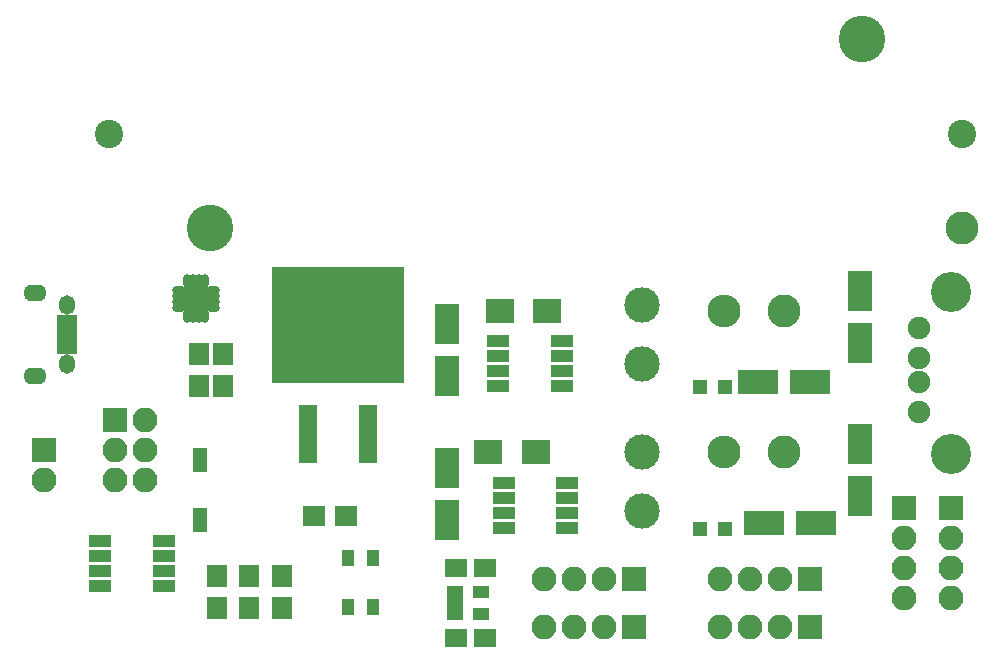
<source format=gts>
G04 #@! TF.FileFunction,Soldermask,Top*
%FSLAX46Y46*%
G04 Gerber Fmt 4.6, Leading zero omitted, Abs format (unit mm)*
G04 Created by KiCad (PCBNEW 4.0.7) date 11/28/17 13:54:14*
%MOMM*%
%LPD*%
G01*
G04 APERTURE LIST*
%ADD10C,0.100000*%
%ADD11R,1.950000X1.000000*%
%ADD12R,2.000000X3.400000*%
%ADD13R,3.400000X2.000000*%
%ADD14R,1.900000X1.650000*%
%ADD15R,1.200000X1.300000*%
%ADD16R,1.700000X1.900000*%
%ADD17R,2.100000X2.100000*%
%ADD18O,2.100000X2.100000*%
%ADD19R,1.750000X0.800000*%
%ADD20O,1.350000X1.650000*%
%ADD21O,1.950000X1.400000*%
%ADD22C,1.900000*%
%ADD23C,3.400000*%
%ADD24C,3.000000*%
%ADD25C,2.800000*%
%ADD26O,2.800000X2.800000*%
%ADD27R,1.500000X5.000000*%
%ADD28R,11.200000X9.800000*%
%ADD29R,2.400000X2.100000*%
%ADD30C,2.400000*%
%ADD31C,3.950000*%
%ADD32C,2.790000*%
%ADD33O,0.700000X1.150000*%
%ADD34O,1.150000X0.700000*%
%ADD35R,1.300000X1.300000*%
%ADD36R,1.460000X1.050000*%
%ADD37R,1.900000X1.700000*%
%ADD38R,1.050000X1.450000*%
%ADD39R,1.160000X2.000000*%
G04 APERTURE END LIST*
D10*
D11*
X128300000Y-83595000D03*
X128300000Y-84865000D03*
X128300000Y-86135000D03*
X128300000Y-87405000D03*
X133700000Y-87405000D03*
X133700000Y-86135000D03*
X133700000Y-84865000D03*
X133700000Y-83595000D03*
D12*
X123500000Y-70100000D03*
X123500000Y-74500000D03*
D13*
X149800000Y-75000000D03*
X154200000Y-75000000D03*
D12*
X123500000Y-82300000D03*
X123500000Y-86700000D03*
D13*
X150300000Y-87000000D03*
X154700000Y-87000000D03*
D14*
X124250000Y-96750000D03*
X126750000Y-96750000D03*
X124250000Y-90750000D03*
X126750000Y-90750000D03*
D12*
X158500000Y-67300000D03*
X158500000Y-71700000D03*
X158500000Y-80300000D03*
X158500000Y-84700000D03*
D15*
X147000000Y-75500000D03*
X144900000Y-75500000D03*
X147000000Y-87500000D03*
X144900000Y-87500000D03*
D16*
X104000000Y-94200000D03*
X104000000Y-91500000D03*
X109500000Y-94200000D03*
X109500000Y-91500000D03*
X106750000Y-94200000D03*
X106750000Y-91500000D03*
D17*
X154250000Y-95750000D03*
D18*
X151710000Y-95750000D03*
X149170000Y-95750000D03*
X146630000Y-95750000D03*
D17*
X89400000Y-80800000D03*
D18*
X89400000Y-83340000D03*
D19*
X91350000Y-69700000D03*
X91350000Y-70350000D03*
X91350000Y-71000000D03*
X91350000Y-71650000D03*
X91350000Y-72300000D03*
D20*
X91350000Y-68500000D03*
X91350000Y-73500000D03*
D21*
X88650000Y-67500000D03*
X88650000Y-74500000D03*
D22*
X163500000Y-70430000D03*
X163500000Y-72970000D03*
X163500000Y-75000000D03*
X163500000Y-77540000D03*
D23*
X166170000Y-67380000D03*
X166170000Y-81100000D03*
D24*
X140000000Y-73500000D03*
X140000000Y-68500000D03*
X140000000Y-81000000D03*
X140000000Y-86000000D03*
D25*
X152000000Y-69000000D03*
D26*
X146920000Y-69000000D03*
D25*
X152000000Y-81000000D03*
D26*
X146920000Y-81000000D03*
D27*
X111710000Y-79400000D03*
X116790000Y-79400000D03*
D28*
X114250000Y-70250000D03*
D29*
X132000000Y-69000000D03*
X128000000Y-69000000D03*
X131000000Y-81000000D03*
X127000000Y-81000000D03*
D16*
X104500000Y-72650000D03*
X104500000Y-75350000D03*
X102500000Y-72650000D03*
X102500000Y-75350000D03*
D11*
X127800000Y-71595000D03*
X127800000Y-72865000D03*
X127800000Y-74135000D03*
X127800000Y-75405000D03*
X133200000Y-75405000D03*
X133200000Y-74135000D03*
X133200000Y-72865000D03*
X133200000Y-71595000D03*
D30*
X167110000Y-54000000D03*
X94890000Y-54000000D03*
D31*
X158600000Y-46000000D03*
X103400000Y-62000000D03*
D32*
X167110000Y-62000000D03*
D33*
X103000000Y-66525000D03*
X102500000Y-66525000D03*
X102000000Y-66525000D03*
X101500000Y-66525000D03*
D34*
X100775000Y-67250000D03*
X100775000Y-67750000D03*
X100775000Y-68250000D03*
X100775000Y-68750000D03*
D33*
X101500000Y-69475000D03*
X102000000Y-69475000D03*
X102500000Y-69475000D03*
X103000000Y-69475000D03*
D34*
X103725000Y-68750000D03*
X103725000Y-68250000D03*
X103725000Y-67750000D03*
X103725000Y-67250000D03*
D35*
X101800000Y-68450000D03*
X102700000Y-68450000D03*
X101800000Y-67550000D03*
X102700000Y-67550000D03*
D36*
X124150000Y-92800000D03*
X124150000Y-93750000D03*
X124150000Y-94700000D03*
X126350000Y-94700000D03*
X126350000Y-92800000D03*
D11*
X94100000Y-88495000D03*
X94100000Y-89765000D03*
X94100000Y-91035000D03*
X94100000Y-92305000D03*
X99500000Y-92305000D03*
X99500000Y-91035000D03*
X99500000Y-89765000D03*
X99500000Y-88495000D03*
D17*
X154250000Y-91750000D03*
D18*
X151710000Y-91750000D03*
X149170000Y-91750000D03*
X146630000Y-91750000D03*
D17*
X166200000Y-85720000D03*
D18*
X166200000Y-88260000D03*
X166200000Y-90800000D03*
X166200000Y-93340000D03*
D17*
X162200000Y-85720000D03*
D18*
X162200000Y-88260000D03*
X162200000Y-90800000D03*
X162200000Y-93340000D03*
D17*
X139330000Y-95750000D03*
D18*
X136790000Y-95750000D03*
X134250000Y-95750000D03*
X131710000Y-95750000D03*
D17*
X139330000Y-91750000D03*
D18*
X136790000Y-91750000D03*
X134250000Y-91750000D03*
X131710000Y-91750000D03*
D17*
X95400000Y-78260000D03*
D18*
X97940000Y-78260000D03*
X95400000Y-80800000D03*
X97940000Y-80800000D03*
X95400000Y-83340000D03*
X97940000Y-83340000D03*
D37*
X114950000Y-86400000D03*
X112250000Y-86400000D03*
D38*
X115125000Y-94075000D03*
X115125000Y-89925000D03*
X117275000Y-94075000D03*
X117275000Y-89925000D03*
D39*
X102600000Y-81660000D03*
X102600000Y-86740000D03*
M02*

</source>
